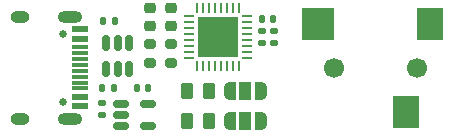
<source format=gbr>
%TF.GenerationSoftware,KiCad,Pcbnew,8.0.0*%
%TF.CreationDate,2024-02-29T11:48:50+01:00*%
%TF.ProjectId,usb2mid,75736232-6d69-4642-9e6b-696361645f70,rev?*%
%TF.SameCoordinates,Original*%
%TF.FileFunction,Soldermask,Top*%
%TF.FilePolarity,Negative*%
%FSLAX46Y46*%
G04 Gerber Fmt 4.6, Leading zero omitted, Abs format (unit mm)*
G04 Created by KiCad (PCBNEW 8.0.0) date 2024-02-29 11:48:50*
%MOMM*%
%LPD*%
G01*
G04 APERTURE LIST*
G04 Aperture macros list*
%AMRoundRect*
0 Rectangle with rounded corners*
0 $1 Rounding radius*
0 $2 $3 $4 $5 $6 $7 $8 $9 X,Y pos of 4 corners*
0 Add a 4 corners polygon primitive as box body*
4,1,4,$2,$3,$4,$5,$6,$7,$8,$9,$2,$3,0*
0 Add four circle primitives for the rounded corners*
1,1,$1+$1,$2,$3*
1,1,$1+$1,$4,$5*
1,1,$1+$1,$6,$7*
1,1,$1+$1,$8,$9*
0 Add four rect primitives between the rounded corners*
20,1,$1+$1,$2,$3,$4,$5,0*
20,1,$1+$1,$4,$5,$6,$7,0*
20,1,$1+$1,$6,$7,$8,$9,0*
20,1,$1+$1,$8,$9,$2,$3,0*%
%AMFreePoly0*
4,1,19,0.550000,-0.750000,0.000000,-0.750000,0.000000,-0.744911,-0.071157,-0.744911,-0.207708,-0.704816,-0.327430,-0.627875,-0.420627,-0.520320,-0.479746,-0.390866,-0.500000,-0.250000,-0.500000,0.250000,-0.479746,0.390866,-0.420627,0.520320,-0.327430,0.627875,-0.207708,0.704816,-0.071157,0.744911,0.000000,0.744911,0.000000,0.750000,0.550000,0.750000,0.550000,-0.750000,0.550000,-0.750000,
$1*%
%AMFreePoly1*
4,1,19,0.000000,0.744911,0.071157,0.744911,0.207708,0.704816,0.327430,0.627875,0.420627,0.520320,0.479746,0.390866,0.500000,0.250000,0.500000,-0.250000,0.479746,-0.390866,0.420627,-0.520320,0.327430,-0.627875,0.207708,-0.704816,0.071157,-0.744911,0.000000,-0.744911,0.000000,-0.750000,-0.550000,-0.750000,-0.550000,0.750000,0.000000,0.750000,0.000000,0.744911,0.000000,0.744911,
$1*%
G04 Aperture macros list end*
%ADD10FreePoly0,0.000000*%
%ADD11R,1.000000X1.500000*%
%ADD12FreePoly1,0.000000*%
%ADD13C,0.650000*%
%ADD14R,1.450000X0.600000*%
%ADD15R,1.450000X0.300000*%
%ADD16O,2.100000X1.000000*%
%ADD17O,1.600000X1.000000*%
%ADD18RoundRect,0.140000X-0.170000X0.140000X-0.170000X-0.140000X0.170000X-0.140000X0.170000X0.140000X0*%
%ADD19RoundRect,0.140000X0.140000X0.170000X-0.140000X0.170000X-0.140000X-0.170000X0.140000X-0.170000X0*%
%ADD20RoundRect,0.140000X0.170000X-0.140000X0.170000X0.140000X-0.170000X0.140000X-0.170000X-0.140000X0*%
%ADD21RoundRect,0.218750X-0.256250X0.218750X-0.256250X-0.218750X0.256250X-0.218750X0.256250X0.218750X0*%
%ADD22RoundRect,0.150000X-0.512500X-0.150000X0.512500X-0.150000X0.512500X0.150000X-0.512500X0.150000X0*%
%ADD23RoundRect,0.200000X-0.275000X0.200000X-0.275000X-0.200000X0.275000X-0.200000X0.275000X0.200000X0*%
%ADD24RoundRect,0.250000X-0.262500X-0.450000X0.262500X-0.450000X0.262500X0.450000X-0.262500X0.450000X0*%
%ADD25C,1.700000*%
%ADD26R,2.200000X2.800000*%
%ADD27R,2.800000X2.800000*%
%ADD28RoundRect,0.140000X-0.140000X-0.170000X0.140000X-0.170000X0.140000X0.170000X-0.140000X0.170000X0*%
%ADD29RoundRect,0.062500X0.375000X0.062500X-0.375000X0.062500X-0.375000X-0.062500X0.375000X-0.062500X0*%
%ADD30RoundRect,0.062500X0.062500X0.375000X-0.062500X0.375000X-0.062500X-0.375000X0.062500X-0.375000X0*%
%ADD31R,3.450000X3.450000*%
%ADD32RoundRect,0.150000X0.150000X-0.512500X0.150000X0.512500X-0.150000X0.512500X-0.150000X-0.512500X0*%
%ADD33RoundRect,0.135000X-0.135000X-0.185000X0.135000X-0.185000X0.135000X0.185000X-0.135000X0.185000X0*%
G04 APERTURE END LIST*
D10*
%TO.C,JP1*%
X41700000Y-52000000D03*
D11*
X43000000Y-52000000D03*
D12*
X44300000Y-52000000D03*
%TD*%
D13*
%TO.C,J1*%
X27600000Y-47110000D03*
X27600000Y-52890000D03*
D14*
X29045000Y-46750000D03*
X29045000Y-47550000D03*
D15*
X29045000Y-48750000D03*
X29045000Y-49750000D03*
X29045000Y-50250000D03*
X29045000Y-51250000D03*
D14*
X29045000Y-52450000D03*
X29045000Y-53250000D03*
X29045000Y-53250000D03*
X29045000Y-52450000D03*
D15*
X29045000Y-51750000D03*
X29045000Y-50750000D03*
X29045000Y-49250000D03*
X29045000Y-48250000D03*
D14*
X29045000Y-47550000D03*
X29045000Y-46750000D03*
D16*
X28130000Y-45680000D03*
D17*
X23950000Y-45680000D03*
D16*
X28130000Y-54320000D03*
D17*
X23950000Y-54320000D03*
%TD*%
D18*
%TO.C,C3*%
X30900000Y-53020000D03*
X30900000Y-53980000D03*
%TD*%
D19*
%TO.C,C4*%
X34780000Y-51700000D03*
X33820000Y-51700000D03*
%TD*%
D20*
%TO.C,C1*%
X44400000Y-47880000D03*
X44400000Y-46920000D03*
%TD*%
D21*
%TO.C,D1*%
X34900000Y-44912500D03*
X34900000Y-46487500D03*
%TD*%
D22*
%TO.C,U3*%
X32462500Y-53050000D03*
X32462500Y-54000000D03*
X32462500Y-54950000D03*
X34737500Y-54950000D03*
X34737500Y-53050000D03*
%TD*%
D23*
%TO.C,R6*%
X36700000Y-47975000D03*
X36700000Y-49625000D03*
%TD*%
D24*
%TO.C,R4*%
X38087500Y-52000000D03*
X39912500Y-52000000D03*
%TD*%
D25*
%TO.C,J2*%
X57500000Y-50000000D03*
X50500000Y-50000000D03*
D26*
X56600000Y-53700000D03*
X58600000Y-46300000D03*
D27*
X49200000Y-46300000D03*
%TD*%
D21*
%TO.C,D2*%
X36700000Y-44912500D03*
X36700000Y-46487500D03*
%TD*%
D28*
%TO.C,C5*%
X44420000Y-45900000D03*
X45380000Y-45900000D03*
%TD*%
D10*
%TO.C,JP2*%
X41700000Y-54500000D03*
D11*
X43000000Y-54500000D03*
D12*
X44300000Y-54500000D03*
%TD*%
D29*
%TO.C,U1*%
X43137500Y-49150000D03*
X43137500Y-48650000D03*
X43137500Y-48150000D03*
X43137500Y-47650000D03*
X43137500Y-47150000D03*
X43137500Y-46650000D03*
X43137500Y-46150000D03*
X43137500Y-45650000D03*
D30*
X42450000Y-44962500D03*
X41950000Y-44962500D03*
X41450000Y-44962500D03*
X40950000Y-44962500D03*
X40450000Y-44962500D03*
X39950000Y-44962500D03*
X39450000Y-44962500D03*
X38950000Y-44962500D03*
D29*
X38262500Y-45650000D03*
X38262500Y-46150000D03*
X38262500Y-46650000D03*
X38262500Y-47150000D03*
X38262500Y-47650000D03*
X38262500Y-48150000D03*
X38262500Y-48650000D03*
X38262500Y-49150000D03*
D30*
X38950000Y-49837500D03*
X39450000Y-49837500D03*
X39950000Y-49837500D03*
X40450000Y-49837500D03*
X40950000Y-49837500D03*
X41450000Y-49837500D03*
X41950000Y-49837500D03*
X42450000Y-49837500D03*
D31*
X40700000Y-47400000D03*
%TD*%
D32*
%TO.C,U2*%
X31250000Y-50137500D03*
X32200000Y-50137500D03*
X33150000Y-50137500D03*
X33150000Y-47862500D03*
X32200000Y-47862500D03*
X31250000Y-47862500D03*
%TD*%
D23*
%TO.C,R5*%
X34900000Y-47975000D03*
X34900000Y-49625000D03*
%TD*%
D33*
%TO.C,R2*%
X30890000Y-51700000D03*
X31910000Y-51700000D03*
%TD*%
%TO.C,R1*%
X30990000Y-46000000D03*
X32010000Y-46000000D03*
%TD*%
D20*
%TO.C,C2*%
X45400000Y-47880000D03*
X45400000Y-46920000D03*
%TD*%
D24*
%TO.C,R3*%
X38087500Y-54500000D03*
X39912500Y-54500000D03*
%TD*%
M02*

</source>
